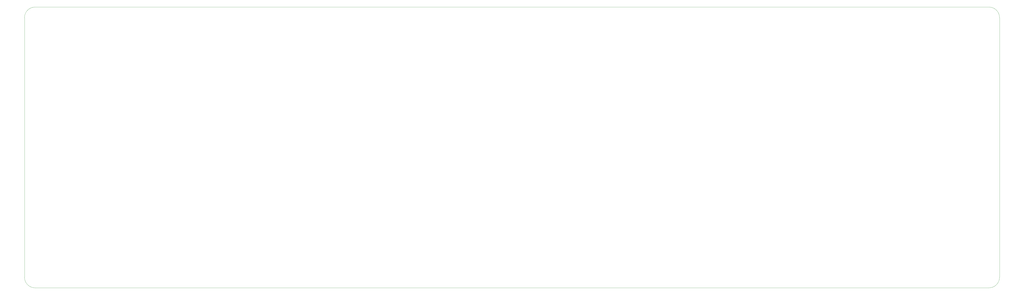
<source format=gm1>
G04 #@! TF.GenerationSoftware,KiCad,Pcbnew,8.0.3*
G04 #@! TF.CreationDate,2024-09-11T17:02:16-04:00*
G04 #@! TF.ProjectId,prototypeTOBETESTED,70726f74-6f74-4797-9065-544f42455445,rev?*
G04 #@! TF.SameCoordinates,Original*
G04 #@! TF.FileFunction,Profile,NP*
%FSLAX46Y46*%
G04 Gerber Fmt 4.6, Leading zero omitted, Abs format (unit mm)*
G04 Created by KiCad (PCBNEW 8.0.3) date 2024-09-11 17:02:16*
%MOMM*%
%LPD*%
G01*
G04 APERTURE LIST*
G04 #@! TA.AperFunction,Profile*
%ADD10C,0.100000*%
G04 #@! TD*
G04 APERTURE END LIST*
D10*
X26020400Y-228226800D02*
X26020400Y-106206800D01*
X482970400Y-106206800D02*
X482970400Y-228226800D01*
X31020400Y-233226800D02*
G75*
G02*
X26020400Y-228226800I0J5000000D01*
G01*
X477970400Y-233226800D02*
X31020400Y-233226800D01*
X26020400Y-106206800D02*
G75*
G02*
X31020400Y-101206800I5000000J0D01*
G01*
X31020400Y-101206800D02*
X477970400Y-101206800D01*
X477970400Y-101206800D02*
G75*
G02*
X482970400Y-106206800I0J-5000000D01*
G01*
X482970400Y-228226800D02*
G75*
G02*
X477970400Y-233226800I-5000000J0D01*
G01*
M02*

</source>
